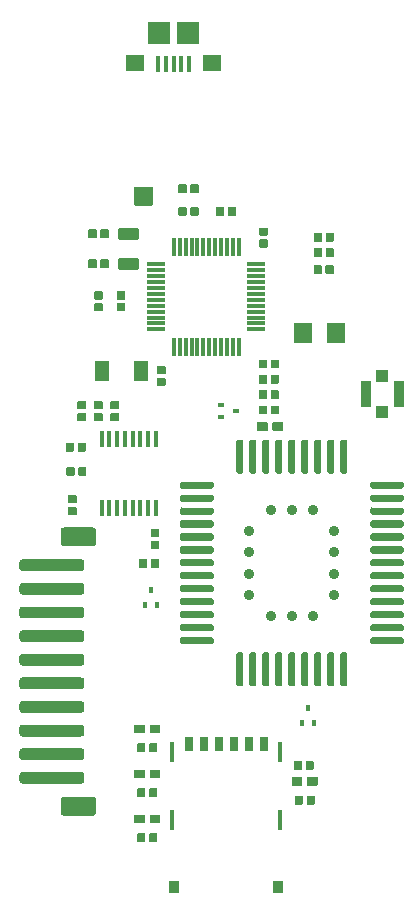
<source format=gbr>
G04 #@! TF.GenerationSoftware,KiCad,Pcbnew,5.1.8+dfsg1-1~bpo10+1*
G04 #@! TF.CreationDate,2021-01-19T23:44:53+01:00*
G04 #@! TF.ProjectId,easyhive,65617379-6869-4766-952e-6b696361645f,rev?*
G04 #@! TF.SameCoordinates,Original*
G04 #@! TF.FileFunction,Paste,Top*
G04 #@! TF.FilePolarity,Positive*
%FSLAX46Y46*%
G04 Gerber Fmt 4.6, Leading zero omitted, Abs format (unit mm)*
G04 Created by KiCad (PCBNEW 5.1.8+dfsg1-1~bpo10+1) date 2021-01-19 23:44:53*
%MOMM*%
%LPD*%
G01*
G04 APERTURE LIST*
%ADD10R,0.354800X1.461999*%
%ADD11C,0.900000*%
%ADD12R,0.355999X0.508000*%
%ADD13R,1.900000X1.900000*%
%ADD14R,1.600000X1.400000*%
%ADD15R,0.400000X1.350000*%
%ADD16R,0.508000X0.355999*%
%ADD17R,1.600000X1.800000*%
%ADD18R,1.200000X1.800000*%
%ADD19R,0.350000X1.800000*%
%ADD20R,0.650000X1.300000*%
%ADD21R,0.900000X1.000000*%
%ADD22R,1.000000X1.050000*%
%ADD23R,0.850000X2.200000*%
%ADD24R,0.300000X1.600000*%
%ADD25R,1.600000X0.300000*%
G04 APERTURE END LIST*
D10*
X143449999Y-109221000D03*
X142799998Y-109221000D03*
X142149999Y-109221000D03*
X141499998Y-109221000D03*
X140849999Y-109221000D03*
X140200001Y-109221000D03*
X139549999Y-109221000D03*
X138900001Y-109221000D03*
X138900001Y-103379000D03*
X139550002Y-103379000D03*
X140200001Y-103379000D03*
X140850002Y-103379000D03*
X141500001Y-103379000D03*
X142149999Y-103379000D03*
X142800001Y-103379000D03*
X143449999Y-103379000D03*
G36*
G01*
X155148750Y-106300000D02*
X154851250Y-106300000D01*
G75*
G02*
X154702500Y-106151250I0J148750D01*
G01*
X154702500Y-103548750D01*
G75*
G02*
X154851250Y-103400000I148750J0D01*
G01*
X155148750Y-103400000D01*
G75*
G02*
X155297500Y-103548750I0J-148750D01*
G01*
X155297500Y-106151250D01*
G75*
G02*
X155148750Y-106300000I-148750J0D01*
G01*
G37*
G36*
G01*
X157348750Y-106300000D02*
X157051250Y-106300000D01*
G75*
G02*
X156902500Y-106151250I0J148750D01*
G01*
X156902500Y-103548750D01*
G75*
G02*
X157051250Y-103400000I148750J0D01*
G01*
X157348750Y-103400000D01*
G75*
G02*
X157497500Y-103548750I0J-148750D01*
G01*
X157497500Y-106151250D01*
G75*
G02*
X157348750Y-106300000I-148750J0D01*
G01*
G37*
G36*
G01*
X158448750Y-106300000D02*
X158151250Y-106300000D01*
G75*
G02*
X158002500Y-106151250I0J148750D01*
G01*
X158002500Y-103548750D01*
G75*
G02*
X158151250Y-103400000I148750J0D01*
G01*
X158448750Y-103400000D01*
G75*
G02*
X158597500Y-103548750I0J-148750D01*
G01*
X158597500Y-106151250D01*
G75*
G02*
X158448750Y-106300000I-148750J0D01*
G01*
G37*
G36*
G01*
X150748750Y-106300000D02*
X150451250Y-106300000D01*
G75*
G02*
X150302500Y-106151250I0J148750D01*
G01*
X150302500Y-103548750D01*
G75*
G02*
X150451250Y-103400000I148750J0D01*
G01*
X150748750Y-103400000D01*
G75*
G02*
X150897500Y-103548750I0J-148750D01*
G01*
X150897500Y-106151250D01*
G75*
G02*
X150748750Y-106300000I-148750J0D01*
G01*
G37*
G36*
G01*
X152948750Y-106300000D02*
X152651250Y-106300000D01*
G75*
G02*
X152502500Y-106151250I0J148750D01*
G01*
X152502500Y-103548750D01*
G75*
G02*
X152651250Y-103400000I148750J0D01*
G01*
X152948750Y-103400000D01*
G75*
G02*
X153097500Y-103548750I0J-148750D01*
G01*
X153097500Y-106151250D01*
G75*
G02*
X152948750Y-106300000I-148750J0D01*
G01*
G37*
G36*
G01*
X154048750Y-106300000D02*
X153751250Y-106300000D01*
G75*
G02*
X153602500Y-106151250I0J148750D01*
G01*
X153602500Y-103548750D01*
G75*
G02*
X153751250Y-103400000I148750J0D01*
G01*
X154048750Y-103400000D01*
G75*
G02*
X154197500Y-103548750I0J-148750D01*
G01*
X154197500Y-106151250D01*
G75*
G02*
X154048750Y-106300000I-148750J0D01*
G01*
G37*
G36*
G01*
X159548750Y-106300000D02*
X159251250Y-106300000D01*
G75*
G02*
X159102500Y-106151250I0J148750D01*
G01*
X159102500Y-103548750D01*
G75*
G02*
X159251250Y-103400000I148750J0D01*
G01*
X159548750Y-103400000D01*
G75*
G02*
X159697500Y-103548750I0J-148750D01*
G01*
X159697500Y-106151250D01*
G75*
G02*
X159548750Y-106300000I-148750J0D01*
G01*
G37*
G36*
G01*
X151848750Y-106300000D02*
X151551250Y-106300000D01*
G75*
G02*
X151402500Y-106151250I0J148750D01*
G01*
X151402500Y-103548750D01*
G75*
G02*
X151551250Y-103400000I148750J0D01*
G01*
X151848750Y-103400000D01*
G75*
G02*
X151997500Y-103548750I0J-148750D01*
G01*
X151997500Y-106151250D01*
G75*
G02*
X151848750Y-106300000I-148750J0D01*
G01*
G37*
G36*
G01*
X156248750Y-106300000D02*
X155951250Y-106300000D01*
G75*
G02*
X155802500Y-106151250I0J148750D01*
G01*
X155802500Y-103548750D01*
G75*
G02*
X155951250Y-103400000I148750J0D01*
G01*
X156248750Y-103400000D01*
G75*
G02*
X156397500Y-103548750I0J-148750D01*
G01*
X156397500Y-106151250D01*
G75*
G02*
X156248750Y-106300000I-148750J0D01*
G01*
G37*
G36*
G01*
X161600000Y-115098750D02*
X161600000Y-114801250D01*
G75*
G02*
X161748750Y-114652500I148750J0D01*
G01*
X164351250Y-114652500D01*
G75*
G02*
X164500000Y-114801250I0J-148750D01*
G01*
X164500000Y-115098750D01*
G75*
G02*
X164351250Y-115247500I-148750J0D01*
G01*
X161748750Y-115247500D01*
G75*
G02*
X161600000Y-115098750I0J148750D01*
G01*
G37*
G36*
G01*
X161600000Y-111798750D02*
X161600000Y-111501250D01*
G75*
G02*
X161748750Y-111352500I148750J0D01*
G01*
X164351250Y-111352500D01*
G75*
G02*
X164500000Y-111501250I0J-148750D01*
G01*
X164500000Y-111798750D01*
G75*
G02*
X164351250Y-111947500I-148750J0D01*
G01*
X161748750Y-111947500D01*
G75*
G02*
X161600000Y-111798750I0J148750D01*
G01*
G37*
G36*
G01*
X161600000Y-113998750D02*
X161600000Y-113701250D01*
G75*
G02*
X161748750Y-113552500I148750J0D01*
G01*
X164351250Y-113552500D01*
G75*
G02*
X164500000Y-113701250I0J-148750D01*
G01*
X164500000Y-113998750D01*
G75*
G02*
X164351250Y-114147500I-148750J0D01*
G01*
X161748750Y-114147500D01*
G75*
G02*
X161600000Y-113998750I0J148750D01*
G01*
G37*
G36*
G01*
X161600000Y-119498750D02*
X161600000Y-119201250D01*
G75*
G02*
X161748750Y-119052500I148750J0D01*
G01*
X164351250Y-119052500D01*
G75*
G02*
X164500000Y-119201250I0J-148750D01*
G01*
X164500000Y-119498750D01*
G75*
G02*
X164351250Y-119647500I-148750J0D01*
G01*
X161748750Y-119647500D01*
G75*
G02*
X161600000Y-119498750I0J148750D01*
G01*
G37*
G36*
G01*
X161600000Y-120598750D02*
X161600000Y-120301250D01*
G75*
G02*
X161748750Y-120152500I148750J0D01*
G01*
X164351250Y-120152500D01*
G75*
G02*
X164500000Y-120301250I0J-148750D01*
G01*
X164500000Y-120598750D01*
G75*
G02*
X164351250Y-120747500I-148750J0D01*
G01*
X161748750Y-120747500D01*
G75*
G02*
X161600000Y-120598750I0J148750D01*
G01*
G37*
G36*
G01*
X161600000Y-116198750D02*
X161600000Y-115901250D01*
G75*
G02*
X161748750Y-115752500I148750J0D01*
G01*
X164351250Y-115752500D01*
G75*
G02*
X164500000Y-115901250I0J-148750D01*
G01*
X164500000Y-116198750D01*
G75*
G02*
X164351250Y-116347500I-148750J0D01*
G01*
X161748750Y-116347500D01*
G75*
G02*
X161600000Y-116198750I0J148750D01*
G01*
G37*
G36*
G01*
X161600000Y-118398750D02*
X161600000Y-118101250D01*
G75*
G02*
X161748750Y-117952500I148750J0D01*
G01*
X164351250Y-117952500D01*
G75*
G02*
X164500000Y-118101250I0J-148750D01*
G01*
X164500000Y-118398750D01*
G75*
G02*
X164351250Y-118547500I-148750J0D01*
G01*
X161748750Y-118547500D01*
G75*
G02*
X161600000Y-118398750I0J148750D01*
G01*
G37*
G36*
G01*
X161600000Y-117298750D02*
X161600000Y-117001250D01*
G75*
G02*
X161748750Y-116852500I148750J0D01*
G01*
X164351250Y-116852500D01*
G75*
G02*
X164500000Y-117001250I0J-148750D01*
G01*
X164500000Y-117298750D01*
G75*
G02*
X164351250Y-117447500I-148750J0D01*
G01*
X161748750Y-117447500D01*
G75*
G02*
X161600000Y-117298750I0J148750D01*
G01*
G37*
G36*
G01*
X161600000Y-112898750D02*
X161600000Y-112601250D01*
G75*
G02*
X161748750Y-112452500I148750J0D01*
G01*
X164351250Y-112452500D01*
G75*
G02*
X164500000Y-112601250I0J-148750D01*
G01*
X164500000Y-112898750D01*
G75*
G02*
X164351250Y-113047500I-148750J0D01*
G01*
X161748750Y-113047500D01*
G75*
G02*
X161600000Y-112898750I0J148750D01*
G01*
G37*
G36*
G01*
X161600000Y-107398750D02*
X161600000Y-107101250D01*
G75*
G02*
X161748750Y-106952500I148750J0D01*
G01*
X164351250Y-106952500D01*
G75*
G02*
X164500000Y-107101250I0J-148750D01*
G01*
X164500000Y-107398750D01*
G75*
G02*
X164351250Y-107547500I-148750J0D01*
G01*
X161748750Y-107547500D01*
G75*
G02*
X161600000Y-107398750I0J148750D01*
G01*
G37*
G36*
G01*
X161600000Y-110698750D02*
X161600000Y-110401250D01*
G75*
G02*
X161748750Y-110252500I148750J0D01*
G01*
X164351250Y-110252500D01*
G75*
G02*
X164500000Y-110401250I0J-148750D01*
G01*
X164500000Y-110698750D01*
G75*
G02*
X164351250Y-110847500I-148750J0D01*
G01*
X161748750Y-110847500D01*
G75*
G02*
X161600000Y-110698750I0J148750D01*
G01*
G37*
G36*
G01*
X161600000Y-108498750D02*
X161600000Y-108201250D01*
G75*
G02*
X161748750Y-108052500I148750J0D01*
G01*
X164351250Y-108052500D01*
G75*
G02*
X164500000Y-108201250I0J-148750D01*
G01*
X164500000Y-108498750D01*
G75*
G02*
X164351250Y-108647500I-148750J0D01*
G01*
X161748750Y-108647500D01*
G75*
G02*
X161600000Y-108498750I0J148750D01*
G01*
G37*
G36*
G01*
X161600000Y-109598750D02*
X161600000Y-109301250D01*
G75*
G02*
X161748750Y-109152500I148750J0D01*
G01*
X164351250Y-109152500D01*
G75*
G02*
X164500000Y-109301250I0J-148750D01*
G01*
X164500000Y-109598750D01*
G75*
G02*
X164351250Y-109747500I-148750J0D01*
G01*
X161748750Y-109747500D01*
G75*
G02*
X161600000Y-109598750I0J148750D01*
G01*
G37*
G36*
G01*
X159548750Y-124300000D02*
X159251250Y-124300000D01*
G75*
G02*
X159102500Y-124151250I0J148750D01*
G01*
X159102500Y-121548750D01*
G75*
G02*
X159251250Y-121400000I148750J0D01*
G01*
X159548750Y-121400000D01*
G75*
G02*
X159697500Y-121548750I0J-148750D01*
G01*
X159697500Y-124151250D01*
G75*
G02*
X159548750Y-124300000I-148750J0D01*
G01*
G37*
G36*
G01*
X155148750Y-124300000D02*
X154851250Y-124300000D01*
G75*
G02*
X154702500Y-124151250I0J148750D01*
G01*
X154702500Y-121548750D01*
G75*
G02*
X154851250Y-121400000I148750J0D01*
G01*
X155148750Y-121400000D01*
G75*
G02*
X155297500Y-121548750I0J-148750D01*
G01*
X155297500Y-124151250D01*
G75*
G02*
X155148750Y-124300000I-148750J0D01*
G01*
G37*
G36*
G01*
X157348750Y-124300000D02*
X157051250Y-124300000D01*
G75*
G02*
X156902500Y-124151250I0J148750D01*
G01*
X156902500Y-121548750D01*
G75*
G02*
X157051250Y-121400000I148750J0D01*
G01*
X157348750Y-121400000D01*
G75*
G02*
X157497500Y-121548750I0J-148750D01*
G01*
X157497500Y-124151250D01*
G75*
G02*
X157348750Y-124300000I-148750J0D01*
G01*
G37*
G36*
G01*
X158448750Y-124300000D02*
X158151250Y-124300000D01*
G75*
G02*
X158002500Y-124151250I0J148750D01*
G01*
X158002500Y-121548750D01*
G75*
G02*
X158151250Y-121400000I148750J0D01*
G01*
X158448750Y-121400000D01*
G75*
G02*
X158597500Y-121548750I0J-148750D01*
G01*
X158597500Y-124151250D01*
G75*
G02*
X158448750Y-124300000I-148750J0D01*
G01*
G37*
G36*
G01*
X156248750Y-124300000D02*
X155951250Y-124300000D01*
G75*
G02*
X155802500Y-124151250I0J148750D01*
G01*
X155802500Y-121548750D01*
G75*
G02*
X155951250Y-121400000I148750J0D01*
G01*
X156248750Y-121400000D01*
G75*
G02*
X156397500Y-121548750I0J-148750D01*
G01*
X156397500Y-124151250D01*
G75*
G02*
X156248750Y-124300000I-148750J0D01*
G01*
G37*
G36*
G01*
X152948750Y-124300000D02*
X152651250Y-124300000D01*
G75*
G02*
X152502500Y-124151250I0J148750D01*
G01*
X152502500Y-121548750D01*
G75*
G02*
X152651250Y-121400000I148750J0D01*
G01*
X152948750Y-121400000D01*
G75*
G02*
X153097500Y-121548750I0J-148750D01*
G01*
X153097500Y-124151250D01*
G75*
G02*
X152948750Y-124300000I-148750J0D01*
G01*
G37*
G36*
G01*
X154048750Y-124300000D02*
X153751250Y-124300000D01*
G75*
G02*
X153602500Y-124151250I0J148750D01*
G01*
X153602500Y-121548750D01*
G75*
G02*
X153751250Y-121400000I148750J0D01*
G01*
X154048750Y-121400000D01*
G75*
G02*
X154197500Y-121548750I0J-148750D01*
G01*
X154197500Y-124151250D01*
G75*
G02*
X154048750Y-124300000I-148750J0D01*
G01*
G37*
G36*
G01*
X151848750Y-124300000D02*
X151551250Y-124300000D01*
G75*
G02*
X151402500Y-124151250I0J148750D01*
G01*
X151402500Y-121548750D01*
G75*
G02*
X151551250Y-121400000I148750J0D01*
G01*
X151848750Y-121400000D01*
G75*
G02*
X151997500Y-121548750I0J-148750D01*
G01*
X151997500Y-124151250D01*
G75*
G02*
X151848750Y-124300000I-148750J0D01*
G01*
G37*
G36*
G01*
X150748750Y-124300000D02*
X150451250Y-124300000D01*
G75*
G02*
X150302500Y-124151250I0J148750D01*
G01*
X150302500Y-121548750D01*
G75*
G02*
X150451250Y-121400000I148750J0D01*
G01*
X150748750Y-121400000D01*
G75*
G02*
X150897500Y-121548750I0J-148750D01*
G01*
X150897500Y-124151250D01*
G75*
G02*
X150748750Y-124300000I-148750J0D01*
G01*
G37*
G36*
G01*
X145500000Y-119498750D02*
X145500000Y-119201250D01*
G75*
G02*
X145648750Y-119052500I148750J0D01*
G01*
X148251250Y-119052500D01*
G75*
G02*
X148400000Y-119201250I0J-148750D01*
G01*
X148400000Y-119498750D01*
G75*
G02*
X148251250Y-119647500I-148750J0D01*
G01*
X145648750Y-119647500D01*
G75*
G02*
X145500000Y-119498750I0J148750D01*
G01*
G37*
G36*
G01*
X145500000Y-120598750D02*
X145500000Y-120301250D01*
G75*
G02*
X145648750Y-120152500I148750J0D01*
G01*
X148251250Y-120152500D01*
G75*
G02*
X148400000Y-120301250I0J-148750D01*
G01*
X148400000Y-120598750D01*
G75*
G02*
X148251250Y-120747500I-148750J0D01*
G01*
X145648750Y-120747500D01*
G75*
G02*
X145500000Y-120598750I0J148750D01*
G01*
G37*
G36*
G01*
X145500000Y-116198750D02*
X145500000Y-115901250D01*
G75*
G02*
X145648750Y-115752500I148750J0D01*
G01*
X148251250Y-115752500D01*
G75*
G02*
X148400000Y-115901250I0J-148750D01*
G01*
X148400000Y-116198750D01*
G75*
G02*
X148251250Y-116347500I-148750J0D01*
G01*
X145648750Y-116347500D01*
G75*
G02*
X145500000Y-116198750I0J148750D01*
G01*
G37*
G36*
G01*
X145500000Y-118398750D02*
X145500000Y-118101250D01*
G75*
G02*
X145648750Y-117952500I148750J0D01*
G01*
X148251250Y-117952500D01*
G75*
G02*
X148400000Y-118101250I0J-148750D01*
G01*
X148400000Y-118398750D01*
G75*
G02*
X148251250Y-118547500I-148750J0D01*
G01*
X145648750Y-118547500D01*
G75*
G02*
X145500000Y-118398750I0J148750D01*
G01*
G37*
G36*
G01*
X145500000Y-117298750D02*
X145500000Y-117001250D01*
G75*
G02*
X145648750Y-116852500I148750J0D01*
G01*
X148251250Y-116852500D01*
G75*
G02*
X148400000Y-117001250I0J-148750D01*
G01*
X148400000Y-117298750D01*
G75*
G02*
X148251250Y-117447500I-148750J0D01*
G01*
X145648750Y-117447500D01*
G75*
G02*
X145500000Y-117298750I0J148750D01*
G01*
G37*
G36*
G01*
X145500000Y-112898750D02*
X145500000Y-112601250D01*
G75*
G02*
X145648750Y-112452500I148750J0D01*
G01*
X148251250Y-112452500D01*
G75*
G02*
X148400000Y-112601250I0J-148750D01*
G01*
X148400000Y-112898750D01*
G75*
G02*
X148251250Y-113047500I-148750J0D01*
G01*
X145648750Y-113047500D01*
G75*
G02*
X145500000Y-112898750I0J148750D01*
G01*
G37*
G36*
G01*
X145500000Y-115098750D02*
X145500000Y-114801250D01*
G75*
G02*
X145648750Y-114652500I148750J0D01*
G01*
X148251250Y-114652500D01*
G75*
G02*
X148400000Y-114801250I0J-148750D01*
G01*
X148400000Y-115098750D01*
G75*
G02*
X148251250Y-115247500I-148750J0D01*
G01*
X145648750Y-115247500D01*
G75*
G02*
X145500000Y-115098750I0J148750D01*
G01*
G37*
G36*
G01*
X145500000Y-111798750D02*
X145500000Y-111501250D01*
G75*
G02*
X145648750Y-111352500I148750J0D01*
G01*
X148251250Y-111352500D01*
G75*
G02*
X148400000Y-111501250I0J-148750D01*
G01*
X148400000Y-111798750D01*
G75*
G02*
X148251250Y-111947500I-148750J0D01*
G01*
X145648750Y-111947500D01*
G75*
G02*
X145500000Y-111798750I0J148750D01*
G01*
G37*
G36*
G01*
X145500000Y-113998750D02*
X145500000Y-113701250D01*
G75*
G02*
X145648750Y-113552500I148750J0D01*
G01*
X148251250Y-113552500D01*
G75*
G02*
X148400000Y-113701250I0J-148750D01*
G01*
X148400000Y-113998750D01*
G75*
G02*
X148251250Y-114147500I-148750J0D01*
G01*
X145648750Y-114147500D01*
G75*
G02*
X145500000Y-113998750I0J148750D01*
G01*
G37*
G36*
G01*
X145500000Y-110698750D02*
X145500000Y-110401250D01*
G75*
G02*
X145648750Y-110252500I148750J0D01*
G01*
X148251250Y-110252500D01*
G75*
G02*
X148400000Y-110401250I0J-148750D01*
G01*
X148400000Y-110698750D01*
G75*
G02*
X148251250Y-110847500I-148750J0D01*
G01*
X145648750Y-110847500D01*
G75*
G02*
X145500000Y-110698750I0J148750D01*
G01*
G37*
G36*
G01*
X145500000Y-109598750D02*
X145500000Y-109301250D01*
G75*
G02*
X145648750Y-109152500I148750J0D01*
G01*
X148251250Y-109152500D01*
G75*
G02*
X148400000Y-109301250I0J-148750D01*
G01*
X148400000Y-109598750D01*
G75*
G02*
X148251250Y-109747500I-148750J0D01*
G01*
X145648750Y-109747500D01*
G75*
G02*
X145500000Y-109598750I0J148750D01*
G01*
G37*
G36*
G01*
X145500000Y-108498750D02*
X145500000Y-108201250D01*
G75*
G02*
X145648750Y-108052500I148750J0D01*
G01*
X148251250Y-108052500D01*
G75*
G02*
X148400000Y-108201250I0J-148750D01*
G01*
X148400000Y-108498750D01*
G75*
G02*
X148251250Y-108647500I-148750J0D01*
G01*
X145648750Y-108647500D01*
G75*
G02*
X145500000Y-108498750I0J148750D01*
G01*
G37*
G36*
G01*
X145500000Y-107398750D02*
X145500000Y-107101250D01*
G75*
G02*
X145648750Y-106952500I148750J0D01*
G01*
X148251250Y-106952500D01*
G75*
G02*
X148400000Y-107101250I0J-148750D01*
G01*
X148400000Y-107398750D01*
G75*
G02*
X148251250Y-107547500I-148750J0D01*
G01*
X145648750Y-107547500D01*
G75*
G02*
X145500000Y-107398750I0J148750D01*
G01*
G37*
D11*
X156800000Y-109350000D03*
X155000000Y-109350000D03*
X153200000Y-109350000D03*
X158600000Y-111150000D03*
X158600000Y-112950000D03*
X158600000Y-114750000D03*
X158600000Y-116550000D03*
X156800000Y-118350000D03*
X155000000Y-118350000D03*
X153200000Y-118350000D03*
X151400000Y-114750000D03*
X151400000Y-116550000D03*
X151400000Y-112950000D03*
X151400000Y-111150000D03*
G36*
G01*
X152950000Y-101985000D02*
X152950000Y-102615000D01*
G75*
G02*
X152915000Y-102650000I-35000J0D01*
G01*
X152085000Y-102650000D01*
G75*
G02*
X152050000Y-102615000I0J35000D01*
G01*
X152050000Y-101985000D01*
G75*
G02*
X152085000Y-101950000I35000J0D01*
G01*
X152915000Y-101950000D01*
G75*
G02*
X152950000Y-101985000I0J-35000D01*
G01*
G37*
G36*
G01*
X154250000Y-101985000D02*
X154250000Y-102615000D01*
G75*
G02*
X154215000Y-102650000I-35000J0D01*
G01*
X153385000Y-102650000D01*
G75*
G02*
X153350000Y-102615000I0J35000D01*
G01*
X153350000Y-101985000D01*
G75*
G02*
X153385000Y-101950000I35000J0D01*
G01*
X154215000Y-101950000D01*
G75*
G02*
X154250000Y-101985000I0J-35000D01*
G01*
G37*
G36*
G01*
X155220000Y-130625000D02*
X155780000Y-130625000D01*
G75*
G02*
X155850000Y-130695000I0J-70000D01*
G01*
X155850000Y-131305000D01*
G75*
G02*
X155780000Y-131375000I-70000J0D01*
G01*
X155220000Y-131375000D01*
G75*
G02*
X155150000Y-131305000I0J70000D01*
G01*
X155150000Y-130695000D01*
G75*
G02*
X155220000Y-130625000I70000J0D01*
G01*
G37*
G36*
G01*
X156220000Y-130625000D02*
X156780000Y-130625000D01*
G75*
G02*
X156850000Y-130695000I0J-70000D01*
G01*
X156850000Y-131305000D01*
G75*
G02*
X156780000Y-131375000I-70000J0D01*
G01*
X156220000Y-131375000D01*
G75*
G02*
X156150000Y-131305000I0J70000D01*
G01*
X156150000Y-130695000D01*
G75*
G02*
X156220000Y-130625000I70000J0D01*
G01*
G37*
D12*
X155850001Y-127397499D03*
X156850002Y-127397499D03*
X156349999Y-126102498D03*
D13*
X143771100Y-68962600D03*
X146171100Y-68962600D03*
D14*
X141721100Y-71512600D03*
X148221100Y-71512600D03*
D15*
X146271100Y-71637600D03*
X145621100Y-71637600D03*
X143671100Y-71637600D03*
X144321100Y-71637600D03*
X144971100Y-71637600D03*
D16*
X150247502Y-100999999D03*
X148952501Y-101500002D03*
X148952501Y-100500001D03*
D12*
X143099999Y-116152498D03*
X143600002Y-117447499D03*
X142600001Y-117447499D03*
D17*
X158700000Y-94400000D03*
X155900000Y-94400000D03*
G36*
G01*
X136025000Y-109730000D02*
X136025000Y-109170000D01*
G75*
G02*
X136095000Y-109100000I70000J0D01*
G01*
X136705000Y-109100000D01*
G75*
G02*
X136775000Y-109170000I0J-70000D01*
G01*
X136775000Y-109730000D01*
G75*
G02*
X136705000Y-109800000I-70000J0D01*
G01*
X136095000Y-109800000D01*
G75*
G02*
X136025000Y-109730000I0J70000D01*
G01*
G37*
G36*
G01*
X136025000Y-108730000D02*
X136025000Y-108170000D01*
G75*
G02*
X136095000Y-108100000I70000J0D01*
G01*
X136705000Y-108100000D01*
G75*
G02*
X136775000Y-108170000I0J-70000D01*
G01*
X136775000Y-108730000D01*
G75*
G02*
X136705000Y-108800000I-70000J0D01*
G01*
X136095000Y-108800000D01*
G75*
G02*
X136025000Y-108730000I0J70000D01*
G01*
G37*
G36*
G01*
X138225000Y-101780000D02*
X138225000Y-101220000D01*
G75*
G02*
X138295000Y-101150000I70000J0D01*
G01*
X138905000Y-101150000D01*
G75*
G02*
X138975000Y-101220000I0J-70000D01*
G01*
X138975000Y-101780000D01*
G75*
G02*
X138905000Y-101850000I-70000J0D01*
G01*
X138295000Y-101850000D01*
G75*
G02*
X138225000Y-101780000I0J70000D01*
G01*
G37*
G36*
G01*
X138225000Y-100780000D02*
X138225000Y-100220000D01*
G75*
G02*
X138295000Y-100150000I70000J0D01*
G01*
X138905000Y-100150000D01*
G75*
G02*
X138975000Y-100220000I0J-70000D01*
G01*
X138975000Y-100780000D01*
G75*
G02*
X138905000Y-100850000I-70000J0D01*
G01*
X138295000Y-100850000D01*
G75*
G02*
X138225000Y-100780000I0J70000D01*
G01*
G37*
G36*
G01*
X139625000Y-101780000D02*
X139625000Y-101220000D01*
G75*
G02*
X139695000Y-101150000I70000J0D01*
G01*
X140305000Y-101150000D01*
G75*
G02*
X140375000Y-101220000I0J-70000D01*
G01*
X140375000Y-101780000D01*
G75*
G02*
X140305000Y-101850000I-70000J0D01*
G01*
X139695000Y-101850000D01*
G75*
G02*
X139625000Y-101780000I0J70000D01*
G01*
G37*
G36*
G01*
X139625000Y-100780000D02*
X139625000Y-100220000D01*
G75*
G02*
X139695000Y-100150000I70000J0D01*
G01*
X140305000Y-100150000D01*
G75*
G02*
X140375000Y-100220000I0J-70000D01*
G01*
X140375000Y-100780000D01*
G75*
G02*
X140305000Y-100850000I-70000J0D01*
G01*
X139695000Y-100850000D01*
G75*
G02*
X139625000Y-100780000I0J70000D01*
G01*
G37*
G36*
G01*
X136825000Y-101780000D02*
X136825000Y-101220000D01*
G75*
G02*
X136895000Y-101150000I70000J0D01*
G01*
X137505000Y-101150000D01*
G75*
G02*
X137575000Y-101220000I0J-70000D01*
G01*
X137575000Y-101780000D01*
G75*
G02*
X137505000Y-101850000I-70000J0D01*
G01*
X136895000Y-101850000D01*
G75*
G02*
X136825000Y-101780000I0J70000D01*
G01*
G37*
G36*
G01*
X136825000Y-100780000D02*
X136825000Y-100220000D01*
G75*
G02*
X136895000Y-100150000I70000J0D01*
G01*
X137505000Y-100150000D01*
G75*
G02*
X137575000Y-100220000I0J-70000D01*
G01*
X137575000Y-100780000D01*
G75*
G02*
X137505000Y-100850000I-70000J0D01*
G01*
X136895000Y-100850000D01*
G75*
G02*
X136825000Y-100780000I0J70000D01*
G01*
G37*
G36*
G01*
X137480000Y-104425000D02*
X136920000Y-104425000D01*
G75*
G02*
X136850000Y-104355000I0J70000D01*
G01*
X136850000Y-103745000D01*
G75*
G02*
X136920000Y-103675000I70000J0D01*
G01*
X137480000Y-103675000D01*
G75*
G02*
X137550000Y-103745000I0J-70000D01*
G01*
X137550000Y-104355000D01*
G75*
G02*
X137480000Y-104425000I-70000J0D01*
G01*
G37*
G36*
G01*
X136480000Y-104425000D02*
X135920000Y-104425000D01*
G75*
G02*
X135850000Y-104355000I0J70000D01*
G01*
X135850000Y-103745000D01*
G75*
G02*
X135920000Y-103675000I70000J0D01*
G01*
X136480000Y-103675000D01*
G75*
G02*
X136550000Y-103745000I0J-70000D01*
G01*
X136550000Y-104355000D01*
G75*
G02*
X136480000Y-104425000I-70000J0D01*
G01*
G37*
G36*
G01*
X137530000Y-106475000D02*
X136970000Y-106475000D01*
G75*
G02*
X136900000Y-106405000I0J70000D01*
G01*
X136900000Y-105795000D01*
G75*
G02*
X136970000Y-105725000I70000J0D01*
G01*
X137530000Y-105725000D01*
G75*
G02*
X137600000Y-105795000I0J-70000D01*
G01*
X137600000Y-106405000D01*
G75*
G02*
X137530000Y-106475000I-70000J0D01*
G01*
G37*
G36*
G01*
X136530000Y-106475000D02*
X135970000Y-106475000D01*
G75*
G02*
X135900000Y-106405000I0J70000D01*
G01*
X135900000Y-105795000D01*
G75*
G02*
X135970000Y-105725000I70000J0D01*
G01*
X136530000Y-105725000D01*
G75*
G02*
X136600000Y-105795000I0J-70000D01*
G01*
X136600000Y-106405000D01*
G75*
G02*
X136530000Y-106475000I-70000J0D01*
G01*
G37*
G36*
G01*
X158480000Y-87945000D02*
X157920000Y-87945000D01*
G75*
G02*
X157850000Y-87875000I0J70000D01*
G01*
X157850000Y-87265000D01*
G75*
G02*
X157920000Y-87195000I70000J0D01*
G01*
X158480000Y-87195000D01*
G75*
G02*
X158550000Y-87265000I0J-70000D01*
G01*
X158550000Y-87875000D01*
G75*
G02*
X158480000Y-87945000I-70000J0D01*
G01*
G37*
G36*
G01*
X157480000Y-87945000D02*
X156920000Y-87945000D01*
G75*
G02*
X156850000Y-87875000I0J70000D01*
G01*
X156850000Y-87265000D01*
G75*
G02*
X156920000Y-87195000I70000J0D01*
G01*
X157480000Y-87195000D01*
G75*
G02*
X157550000Y-87265000I0J-70000D01*
G01*
X157550000Y-87875000D01*
G75*
G02*
X157480000Y-87945000I-70000J0D01*
G01*
G37*
G36*
G01*
X156920000Y-85915000D02*
X157480000Y-85915000D01*
G75*
G02*
X157550000Y-85985000I0J-70000D01*
G01*
X157550000Y-86595000D01*
G75*
G02*
X157480000Y-86665000I-70000J0D01*
G01*
X156920000Y-86665000D01*
G75*
G02*
X156850000Y-86595000I0J70000D01*
G01*
X156850000Y-85985000D01*
G75*
G02*
X156920000Y-85915000I70000J0D01*
G01*
G37*
G36*
G01*
X157920000Y-85915000D02*
X158480000Y-85915000D01*
G75*
G02*
X158550000Y-85985000I0J-70000D01*
G01*
X158550000Y-86595000D01*
G75*
G02*
X158480000Y-86665000I-70000J0D01*
G01*
X157920000Y-86665000D01*
G75*
G02*
X157850000Y-86595000I0J70000D01*
G01*
X157850000Y-85985000D01*
G75*
G02*
X157920000Y-85915000I70000J0D01*
G01*
G37*
G36*
G01*
X140386100Y-88008600D02*
X141936100Y-88008600D01*
G75*
G02*
X142061100Y-88133600I0J-125000D01*
G01*
X142061100Y-88883600D01*
G75*
G02*
X141936100Y-89008600I-125000J0D01*
G01*
X140386100Y-89008600D01*
G75*
G02*
X140261100Y-88883600I0J125000D01*
G01*
X140261100Y-88133600D01*
G75*
G02*
X140386100Y-88008600I125000J0D01*
G01*
G37*
G36*
G01*
X140386100Y-85508600D02*
X141936100Y-85508600D01*
G75*
G02*
X142061100Y-85633600I0J-125000D01*
G01*
X142061100Y-86383600D01*
G75*
G02*
X141936100Y-86508600I-125000J0D01*
G01*
X140386100Y-86508600D01*
G75*
G02*
X140261100Y-86383600I0J125000D01*
G01*
X140261100Y-85633600D01*
G75*
G02*
X140386100Y-85508600I125000J0D01*
G01*
G37*
D18*
X142200000Y-97600000D03*
X138900000Y-97600000D03*
D19*
X154011100Y-135588600D03*
X144820100Y-135588600D03*
X154011100Y-129838600D03*
X144820100Y-129838600D03*
D20*
X146246100Y-129168600D03*
X147516100Y-129168600D03*
X148786100Y-129168600D03*
X150056100Y-129168600D03*
X151326100Y-129168600D03*
X152596100Y-129168600D03*
D21*
X153816100Y-141308600D03*
X145016100Y-141308600D03*
D22*
X162650000Y-98000000D03*
X162650000Y-101050000D03*
D23*
X161275000Y-99525000D03*
X164025000Y-99525000D03*
G36*
G01*
X143231100Y-82093600D02*
X143231100Y-83533600D01*
G75*
G02*
X143151100Y-83613600I-80000J0D01*
G01*
X141711100Y-83613600D01*
G75*
G02*
X141631100Y-83533600I0J80000D01*
G01*
X141631100Y-82093600D01*
G75*
G02*
X141711100Y-82013600I80000J0D01*
G01*
X143151100Y-82013600D01*
G75*
G02*
X143231100Y-82093600I0J-80000D01*
G01*
G37*
D24*
X144996100Y-87068600D03*
X145496100Y-87068600D03*
X145996100Y-87068600D03*
X146496100Y-87068600D03*
X146996100Y-87068600D03*
X147496100Y-87068600D03*
X147996100Y-87068600D03*
X148496100Y-87068600D03*
X148996100Y-87068600D03*
X149496100Y-87068600D03*
X149996100Y-87068600D03*
X150496100Y-87068600D03*
D25*
X151996100Y-88568600D03*
X151996100Y-89068600D03*
X151996100Y-89568600D03*
X151996100Y-90068600D03*
X151996100Y-90568600D03*
X151996100Y-91068600D03*
X151996100Y-92068600D03*
X151996100Y-91568600D03*
X151996100Y-92568600D03*
X151996100Y-93068600D03*
X151996100Y-93568600D03*
X151996100Y-94068600D03*
D24*
X150496100Y-95568600D03*
X149996100Y-95568600D03*
X149496100Y-95568600D03*
X148996100Y-95568600D03*
X148496100Y-95568600D03*
X147996100Y-95568600D03*
X147496100Y-95568600D03*
X146996100Y-95568600D03*
X146496100Y-95568600D03*
X145996100Y-95568600D03*
X145496100Y-95568600D03*
X144996100Y-95568600D03*
D25*
X143496100Y-94068600D03*
X143496100Y-93568600D03*
X143496100Y-93068600D03*
X143496100Y-92568600D03*
X143496100Y-92068600D03*
X143496100Y-91568600D03*
X143496100Y-91068600D03*
X143496100Y-90568600D03*
X143496100Y-90068600D03*
X143496100Y-89568600D03*
X143496100Y-89068600D03*
X143496100Y-88568600D03*
G36*
G01*
X142548600Y-127583600D02*
X142548600Y-128213600D01*
G75*
G02*
X142513600Y-128248600I-35000J0D01*
G01*
X141683600Y-128248600D01*
G75*
G02*
X141648600Y-128213600I0J35000D01*
G01*
X141648600Y-127583600D01*
G75*
G02*
X141683600Y-127548600I35000J0D01*
G01*
X142513600Y-127548600D01*
G75*
G02*
X142548600Y-127583600I0J-35000D01*
G01*
G37*
G36*
G01*
X143848600Y-127583600D02*
X143848600Y-128213600D01*
G75*
G02*
X143813600Y-128248600I-35000J0D01*
G01*
X142983600Y-128248600D01*
G75*
G02*
X142948600Y-128213600I0J35000D01*
G01*
X142948600Y-127583600D01*
G75*
G02*
X142983600Y-127548600I35000J0D01*
G01*
X143813600Y-127548600D01*
G75*
G02*
X143848600Y-127583600I0J-35000D01*
G01*
G37*
G36*
G01*
X142548600Y-131393600D02*
X142548600Y-132023600D01*
G75*
G02*
X142513600Y-132058600I-35000J0D01*
G01*
X141683600Y-132058600D01*
G75*
G02*
X141648600Y-132023600I0J35000D01*
G01*
X141648600Y-131393600D01*
G75*
G02*
X141683600Y-131358600I35000J0D01*
G01*
X142513600Y-131358600D01*
G75*
G02*
X142548600Y-131393600I0J-35000D01*
G01*
G37*
G36*
G01*
X143848600Y-131393600D02*
X143848600Y-132023600D01*
G75*
G02*
X143813600Y-132058600I-35000J0D01*
G01*
X142983600Y-132058600D01*
G75*
G02*
X142948600Y-132023600I0J35000D01*
G01*
X142948600Y-131393600D01*
G75*
G02*
X142983600Y-131358600I35000J0D01*
G01*
X143813600Y-131358600D01*
G75*
G02*
X143848600Y-131393600I0J-35000D01*
G01*
G37*
G36*
G01*
X156283600Y-132658600D02*
X156283600Y-132028600D01*
G75*
G02*
X156318600Y-131993600I35000J0D01*
G01*
X157148600Y-131993600D01*
G75*
G02*
X157183600Y-132028600I0J-35000D01*
G01*
X157183600Y-132658600D01*
G75*
G02*
X157148600Y-132693600I-35000J0D01*
G01*
X156318600Y-132693600D01*
G75*
G02*
X156283600Y-132658600I0J35000D01*
G01*
G37*
G36*
G01*
X154983600Y-132658600D02*
X154983600Y-132028600D01*
G75*
G02*
X155018600Y-131993600I35000J0D01*
G01*
X155848600Y-131993600D01*
G75*
G02*
X155883600Y-132028600I0J-35000D01*
G01*
X155883600Y-132658600D01*
G75*
G02*
X155848600Y-132693600I-35000J0D01*
G01*
X155018600Y-132693600D01*
G75*
G02*
X154983600Y-132658600I0J35000D01*
G01*
G37*
G36*
G01*
X142548600Y-135203600D02*
X142548600Y-135833600D01*
G75*
G02*
X142513600Y-135868600I-35000J0D01*
G01*
X141683600Y-135868600D01*
G75*
G02*
X141648600Y-135833600I0J35000D01*
G01*
X141648600Y-135203600D01*
G75*
G02*
X141683600Y-135168600I35000J0D01*
G01*
X142513600Y-135168600D01*
G75*
G02*
X142548600Y-135203600I0J-35000D01*
G01*
G37*
G36*
G01*
X143848600Y-135203600D02*
X143848600Y-135833600D01*
G75*
G02*
X143813600Y-135868600I-35000J0D01*
G01*
X142983600Y-135868600D01*
G75*
G02*
X142948600Y-135833600I0J35000D01*
G01*
X142948600Y-135203600D01*
G75*
G02*
X142983600Y-135168600I35000J0D01*
G01*
X143813600Y-135168600D01*
G75*
G02*
X143848600Y-135203600I0J-35000D01*
G01*
G37*
G36*
G01*
X142120000Y-113525000D02*
X142680000Y-113525000D01*
G75*
G02*
X142750000Y-113595000I0J-70000D01*
G01*
X142750000Y-114205000D01*
G75*
G02*
X142680000Y-114275000I-70000J0D01*
G01*
X142120000Y-114275000D01*
G75*
G02*
X142050000Y-114205000I0J70000D01*
G01*
X142050000Y-113595000D01*
G75*
G02*
X142120000Y-113525000I70000J0D01*
G01*
G37*
G36*
G01*
X143120000Y-113525000D02*
X143680000Y-113525000D01*
G75*
G02*
X143750000Y-113595000I0J-70000D01*
G01*
X143750000Y-114205000D01*
G75*
G02*
X143680000Y-114275000I-70000J0D01*
G01*
X143120000Y-114275000D01*
G75*
G02*
X143050000Y-114205000I0J70000D01*
G01*
X143050000Y-113595000D01*
G75*
G02*
X143120000Y-113525000I70000J0D01*
G01*
G37*
G36*
G01*
X143775000Y-111020000D02*
X143775000Y-111580000D01*
G75*
G02*
X143705000Y-111650000I-70000J0D01*
G01*
X143095000Y-111650000D01*
G75*
G02*
X143025000Y-111580000I0J70000D01*
G01*
X143025000Y-111020000D01*
G75*
G02*
X143095000Y-110950000I70000J0D01*
G01*
X143705000Y-110950000D01*
G75*
G02*
X143775000Y-111020000I0J-70000D01*
G01*
G37*
G36*
G01*
X143775000Y-112020000D02*
X143775000Y-112580000D01*
G75*
G02*
X143705000Y-112650000I-70000J0D01*
G01*
X143095000Y-112650000D01*
G75*
G02*
X143025000Y-112580000I0J70000D01*
G01*
X143025000Y-112020000D01*
G75*
G02*
X143095000Y-111950000I70000J0D01*
G01*
X143705000Y-111950000D01*
G75*
G02*
X143775000Y-112020000I0J-70000D01*
G01*
G37*
G36*
G01*
X153830000Y-98675000D02*
X153270000Y-98675000D01*
G75*
G02*
X153200000Y-98605000I0J70000D01*
G01*
X153200000Y-97995000D01*
G75*
G02*
X153270000Y-97925000I70000J0D01*
G01*
X153830000Y-97925000D01*
G75*
G02*
X153900000Y-97995000I0J-70000D01*
G01*
X153900000Y-98605000D01*
G75*
G02*
X153830000Y-98675000I-70000J0D01*
G01*
G37*
G36*
G01*
X152830000Y-98675000D02*
X152270000Y-98675000D01*
G75*
G02*
X152200000Y-98605000I0J70000D01*
G01*
X152200000Y-97995000D01*
G75*
G02*
X152270000Y-97925000I70000J0D01*
G01*
X152830000Y-97925000D01*
G75*
G02*
X152900000Y-97995000I0J-70000D01*
G01*
X152900000Y-98605000D01*
G75*
G02*
X152830000Y-98675000I-70000J0D01*
G01*
G37*
G36*
G01*
X153830000Y-101275000D02*
X153270000Y-101275000D01*
G75*
G02*
X153200000Y-101205000I0J70000D01*
G01*
X153200000Y-100595000D01*
G75*
G02*
X153270000Y-100525000I70000J0D01*
G01*
X153830000Y-100525000D01*
G75*
G02*
X153900000Y-100595000I0J-70000D01*
G01*
X153900000Y-101205000D01*
G75*
G02*
X153830000Y-101275000I-70000J0D01*
G01*
G37*
G36*
G01*
X152830000Y-101275000D02*
X152270000Y-101275000D01*
G75*
G02*
X152200000Y-101205000I0J70000D01*
G01*
X152200000Y-100595000D01*
G75*
G02*
X152270000Y-100525000I70000J0D01*
G01*
X152830000Y-100525000D01*
G75*
G02*
X152900000Y-100595000I0J-70000D01*
G01*
X152900000Y-101205000D01*
G75*
G02*
X152830000Y-101275000I-70000J0D01*
G01*
G37*
G36*
G01*
X153830000Y-99975000D02*
X153270000Y-99975000D01*
G75*
G02*
X153200000Y-99905000I0J70000D01*
G01*
X153200000Y-99295000D01*
G75*
G02*
X153270000Y-99225000I70000J0D01*
G01*
X153830000Y-99225000D01*
G75*
G02*
X153900000Y-99295000I0J-70000D01*
G01*
X153900000Y-99905000D01*
G75*
G02*
X153830000Y-99975000I-70000J0D01*
G01*
G37*
G36*
G01*
X152830000Y-99975000D02*
X152270000Y-99975000D01*
G75*
G02*
X152200000Y-99905000I0J70000D01*
G01*
X152200000Y-99295000D01*
G75*
G02*
X152270000Y-99225000I70000J0D01*
G01*
X152830000Y-99225000D01*
G75*
G02*
X152900000Y-99295000I0J-70000D01*
G01*
X152900000Y-99905000D01*
G75*
G02*
X152830000Y-99975000I-70000J0D01*
G01*
G37*
G36*
G01*
X153830000Y-97375000D02*
X153270000Y-97375000D01*
G75*
G02*
X153200000Y-97305000I0J70000D01*
G01*
X153200000Y-96695000D01*
G75*
G02*
X153270000Y-96625000I70000J0D01*
G01*
X153830000Y-96625000D01*
G75*
G02*
X153900000Y-96695000I0J-70000D01*
G01*
X153900000Y-97305000D01*
G75*
G02*
X153830000Y-97375000I-70000J0D01*
G01*
G37*
G36*
G01*
X152830000Y-97375000D02*
X152270000Y-97375000D01*
G75*
G02*
X152200000Y-97305000I0J70000D01*
G01*
X152200000Y-96695000D01*
G75*
G02*
X152270000Y-96625000I70000J0D01*
G01*
X152830000Y-96625000D01*
G75*
G02*
X152900000Y-96695000I0J-70000D01*
G01*
X152900000Y-97305000D01*
G75*
G02*
X152830000Y-97375000I-70000J0D01*
G01*
G37*
G36*
G01*
X156863600Y-134306100D02*
X156303600Y-134306100D01*
G75*
G02*
X156233600Y-134236100I0J70000D01*
G01*
X156233600Y-133626100D01*
G75*
G02*
X156303600Y-133556100I70000J0D01*
G01*
X156863600Y-133556100D01*
G75*
G02*
X156933600Y-133626100I0J-70000D01*
G01*
X156933600Y-134236100D01*
G75*
G02*
X156863600Y-134306100I-70000J0D01*
G01*
G37*
G36*
G01*
X155863600Y-134306100D02*
X155303600Y-134306100D01*
G75*
G02*
X155233600Y-134236100I0J70000D01*
G01*
X155233600Y-133626100D01*
G75*
G02*
X155303600Y-133556100I70000J0D01*
G01*
X155863600Y-133556100D01*
G75*
G02*
X155933600Y-133626100I0J-70000D01*
G01*
X155933600Y-134236100D01*
G75*
G02*
X155863600Y-134306100I-70000J0D01*
G01*
G37*
G36*
G01*
X141968600Y-136731100D02*
X142528600Y-136731100D01*
G75*
G02*
X142598600Y-136801100I0J-70000D01*
G01*
X142598600Y-137411100D01*
G75*
G02*
X142528600Y-137481100I-70000J0D01*
G01*
X141968600Y-137481100D01*
G75*
G02*
X141898600Y-137411100I0J70000D01*
G01*
X141898600Y-136801100D01*
G75*
G02*
X141968600Y-136731100I70000J0D01*
G01*
G37*
G36*
G01*
X142968600Y-136731100D02*
X143528600Y-136731100D01*
G75*
G02*
X143598600Y-136801100I0J-70000D01*
G01*
X143598600Y-137411100D01*
G75*
G02*
X143528600Y-137481100I-70000J0D01*
G01*
X142968600Y-137481100D01*
G75*
G02*
X142898600Y-137411100I0J70000D01*
G01*
X142898600Y-136801100D01*
G75*
G02*
X142968600Y-136731100I70000J0D01*
G01*
G37*
G36*
G01*
X141968600Y-132921100D02*
X142528600Y-132921100D01*
G75*
G02*
X142598600Y-132991100I0J-70000D01*
G01*
X142598600Y-133601100D01*
G75*
G02*
X142528600Y-133671100I-70000J0D01*
G01*
X141968600Y-133671100D01*
G75*
G02*
X141898600Y-133601100I0J70000D01*
G01*
X141898600Y-132991100D01*
G75*
G02*
X141968600Y-132921100I70000J0D01*
G01*
G37*
G36*
G01*
X142968600Y-132921100D02*
X143528600Y-132921100D01*
G75*
G02*
X143598600Y-132991100I0J-70000D01*
G01*
X143598600Y-133601100D01*
G75*
G02*
X143528600Y-133671100I-70000J0D01*
G01*
X142968600Y-133671100D01*
G75*
G02*
X142898600Y-133601100I0J70000D01*
G01*
X142898600Y-132991100D01*
G75*
G02*
X142968600Y-132921100I70000J0D01*
G01*
G37*
G36*
G01*
X141968600Y-129111100D02*
X142528600Y-129111100D01*
G75*
G02*
X142598600Y-129181100I0J-70000D01*
G01*
X142598600Y-129791100D01*
G75*
G02*
X142528600Y-129861100I-70000J0D01*
G01*
X141968600Y-129861100D01*
G75*
G02*
X141898600Y-129791100I0J70000D01*
G01*
X141898600Y-129181100D01*
G75*
G02*
X141968600Y-129111100I70000J0D01*
G01*
G37*
G36*
G01*
X142968600Y-129111100D02*
X143528600Y-129111100D01*
G75*
G02*
X143598600Y-129181100I0J-70000D01*
G01*
X143598600Y-129791100D01*
G75*
G02*
X143528600Y-129861100I-70000J0D01*
G01*
X142968600Y-129861100D01*
G75*
G02*
X142898600Y-129791100I0J70000D01*
G01*
X142898600Y-129181100D01*
G75*
G02*
X142968600Y-129111100I70000J0D01*
G01*
G37*
G36*
G01*
X156910000Y-88655000D02*
X157470000Y-88655000D01*
G75*
G02*
X157540000Y-88725000I0J-70000D01*
G01*
X157540000Y-89335000D01*
G75*
G02*
X157470000Y-89405000I-70000J0D01*
G01*
X156910000Y-89405000D01*
G75*
G02*
X156840000Y-89335000I0J70000D01*
G01*
X156840000Y-88725000D01*
G75*
G02*
X156910000Y-88655000I70000J0D01*
G01*
G37*
G36*
G01*
X157910000Y-88655000D02*
X158470000Y-88655000D01*
G75*
G02*
X158540000Y-88725000I0J-70000D01*
G01*
X158540000Y-89335000D01*
G75*
G02*
X158470000Y-89405000I-70000J0D01*
G01*
X157910000Y-89405000D01*
G75*
G02*
X157840000Y-89335000I0J70000D01*
G01*
X157840000Y-88725000D01*
G75*
G02*
X157910000Y-88655000I70000J0D01*
G01*
G37*
G36*
G01*
X138246100Y-92483600D02*
X138246100Y-91923600D01*
G75*
G02*
X138316100Y-91853600I70000J0D01*
G01*
X138926100Y-91853600D01*
G75*
G02*
X138996100Y-91923600I0J-70000D01*
G01*
X138996100Y-92483600D01*
G75*
G02*
X138926100Y-92553600I-70000J0D01*
G01*
X138316100Y-92553600D01*
G75*
G02*
X138246100Y-92483600I0J70000D01*
G01*
G37*
G36*
G01*
X138246100Y-91483600D02*
X138246100Y-90923600D01*
G75*
G02*
X138316100Y-90853600I70000J0D01*
G01*
X138926100Y-90853600D01*
G75*
G02*
X138996100Y-90923600I0J-70000D01*
G01*
X138996100Y-91483600D01*
G75*
G02*
X138926100Y-91553600I-70000J0D01*
G01*
X138316100Y-91553600D01*
G75*
G02*
X138246100Y-91483600I0J70000D01*
G01*
G37*
G36*
G01*
X145461100Y-81803600D02*
X146021100Y-81803600D01*
G75*
G02*
X146091100Y-81873600I0J-70000D01*
G01*
X146091100Y-82483600D01*
G75*
G02*
X146021100Y-82553600I-70000J0D01*
G01*
X145461100Y-82553600D01*
G75*
G02*
X145391100Y-82483600I0J70000D01*
G01*
X145391100Y-81873600D01*
G75*
G02*
X145461100Y-81803600I70000J0D01*
G01*
G37*
G36*
G01*
X146461100Y-81803600D02*
X147021100Y-81803600D01*
G75*
G02*
X147091100Y-81873600I0J-70000D01*
G01*
X147091100Y-82483600D01*
G75*
G02*
X147021100Y-82553600I-70000J0D01*
G01*
X146461100Y-82553600D01*
G75*
G02*
X146391100Y-82483600I0J70000D01*
G01*
X146391100Y-81873600D01*
G75*
G02*
X146461100Y-81803600I70000J0D01*
G01*
G37*
G36*
G01*
X140151100Y-92483600D02*
X140151100Y-91923600D01*
G75*
G02*
X140221100Y-91853600I70000J0D01*
G01*
X140831100Y-91853600D01*
G75*
G02*
X140901100Y-91923600I0J-70000D01*
G01*
X140901100Y-92483600D01*
G75*
G02*
X140831100Y-92553600I-70000J0D01*
G01*
X140221100Y-92553600D01*
G75*
G02*
X140151100Y-92483600I0J70000D01*
G01*
G37*
G36*
G01*
X140151100Y-91483600D02*
X140151100Y-90923600D01*
G75*
G02*
X140221100Y-90853600I70000J0D01*
G01*
X140831100Y-90853600D01*
G75*
G02*
X140901100Y-90923600I0J-70000D01*
G01*
X140901100Y-91483600D01*
G75*
G02*
X140831100Y-91553600I-70000J0D01*
G01*
X140221100Y-91553600D01*
G75*
G02*
X140151100Y-91483600I0J70000D01*
G01*
G37*
G36*
G01*
X152966100Y-85526100D02*
X152966100Y-86086100D01*
G75*
G02*
X152896100Y-86156100I-70000J0D01*
G01*
X152286100Y-86156100D01*
G75*
G02*
X152216100Y-86086100I0J70000D01*
G01*
X152216100Y-85526100D01*
G75*
G02*
X152286100Y-85456100I70000J0D01*
G01*
X152896100Y-85456100D01*
G75*
G02*
X152966100Y-85526100I0J-70000D01*
G01*
G37*
G36*
G01*
X152966100Y-86526100D02*
X152966100Y-87086100D01*
G75*
G02*
X152896100Y-87156100I-70000J0D01*
G01*
X152286100Y-87156100D01*
G75*
G02*
X152216100Y-87086100I0J70000D01*
G01*
X152216100Y-86526100D01*
G75*
G02*
X152286100Y-86456100I70000J0D01*
G01*
X152896100Y-86456100D01*
G75*
G02*
X152966100Y-86526100I0J-70000D01*
G01*
G37*
G36*
G01*
X143550000Y-98805000D02*
X143550000Y-98245000D01*
G75*
G02*
X143620000Y-98175000I70000J0D01*
G01*
X144230000Y-98175000D01*
G75*
G02*
X144300000Y-98245000I0J-70000D01*
G01*
X144300000Y-98805000D01*
G75*
G02*
X144230000Y-98875000I-70000J0D01*
G01*
X143620000Y-98875000D01*
G75*
G02*
X143550000Y-98805000I0J70000D01*
G01*
G37*
G36*
G01*
X143550000Y-97805000D02*
X143550000Y-97245000D01*
G75*
G02*
X143620000Y-97175000I70000J0D01*
G01*
X144230000Y-97175000D01*
G75*
G02*
X144300000Y-97245000I0J-70000D01*
G01*
X144300000Y-97805000D01*
G75*
G02*
X144230000Y-97875000I-70000J0D01*
G01*
X143620000Y-97875000D01*
G75*
G02*
X143550000Y-97805000I0J70000D01*
G01*
G37*
G36*
G01*
X137841100Y-88153600D02*
X138401100Y-88153600D01*
G75*
G02*
X138471100Y-88223600I0J-70000D01*
G01*
X138471100Y-88833600D01*
G75*
G02*
X138401100Y-88903600I-70000J0D01*
G01*
X137841100Y-88903600D01*
G75*
G02*
X137771100Y-88833600I0J70000D01*
G01*
X137771100Y-88223600D01*
G75*
G02*
X137841100Y-88153600I70000J0D01*
G01*
G37*
G36*
G01*
X138841100Y-88153600D02*
X139401100Y-88153600D01*
G75*
G02*
X139471100Y-88223600I0J-70000D01*
G01*
X139471100Y-88833600D01*
G75*
G02*
X139401100Y-88903600I-70000J0D01*
G01*
X138841100Y-88903600D01*
G75*
G02*
X138771100Y-88833600I0J70000D01*
G01*
X138771100Y-88223600D01*
G75*
G02*
X138841100Y-88153600I70000J0D01*
G01*
G37*
G36*
G01*
X137841100Y-85613600D02*
X138401100Y-85613600D01*
G75*
G02*
X138471100Y-85683600I0J-70000D01*
G01*
X138471100Y-86293600D01*
G75*
G02*
X138401100Y-86363600I-70000J0D01*
G01*
X137841100Y-86363600D01*
G75*
G02*
X137771100Y-86293600I0J70000D01*
G01*
X137771100Y-85683600D01*
G75*
G02*
X137841100Y-85613600I70000J0D01*
G01*
G37*
G36*
G01*
X138841100Y-85613600D02*
X139401100Y-85613600D01*
G75*
G02*
X139471100Y-85683600I0J-70000D01*
G01*
X139471100Y-86293600D01*
G75*
G02*
X139401100Y-86363600I-70000J0D01*
G01*
X138841100Y-86363600D01*
G75*
G02*
X138771100Y-86293600I0J70000D01*
G01*
X138771100Y-85683600D01*
G75*
G02*
X138841100Y-85613600I70000J0D01*
G01*
G37*
G36*
G01*
X150196100Y-84458600D02*
X149636100Y-84458600D01*
G75*
G02*
X149566100Y-84388600I0J70000D01*
G01*
X149566100Y-83778600D01*
G75*
G02*
X149636100Y-83708600I70000J0D01*
G01*
X150196100Y-83708600D01*
G75*
G02*
X150266100Y-83778600I0J-70000D01*
G01*
X150266100Y-84388600D01*
G75*
G02*
X150196100Y-84458600I-70000J0D01*
G01*
G37*
G36*
G01*
X149196100Y-84458600D02*
X148636100Y-84458600D01*
G75*
G02*
X148566100Y-84388600I0J70000D01*
G01*
X148566100Y-83778600D01*
G75*
G02*
X148636100Y-83708600I70000J0D01*
G01*
X149196100Y-83708600D01*
G75*
G02*
X149266100Y-83778600I0J-70000D01*
G01*
X149266100Y-84388600D01*
G75*
G02*
X149196100Y-84458600I-70000J0D01*
G01*
G37*
G36*
G01*
X145461100Y-83708600D02*
X146021100Y-83708600D01*
G75*
G02*
X146091100Y-83778600I0J-70000D01*
G01*
X146091100Y-84388600D01*
G75*
G02*
X146021100Y-84458600I-70000J0D01*
G01*
X145461100Y-84458600D01*
G75*
G02*
X145391100Y-84388600I0J70000D01*
G01*
X145391100Y-83778600D01*
G75*
G02*
X145461100Y-83708600I70000J0D01*
G01*
G37*
G36*
G01*
X146461100Y-83708600D02*
X147021100Y-83708600D01*
G75*
G02*
X147091100Y-83778600I0J-70000D01*
G01*
X147091100Y-84388600D01*
G75*
G02*
X147021100Y-84458600I-70000J0D01*
G01*
X146461100Y-84458600D01*
G75*
G02*
X146391100Y-84388600I0J70000D01*
G01*
X146391100Y-83778600D01*
G75*
G02*
X146461100Y-83708600I70000J0D01*
G01*
G37*
G36*
G01*
X135670800Y-133643400D02*
X138170800Y-133643400D01*
G75*
G02*
X138420800Y-133893400I0J-250000D01*
G01*
X138420800Y-134993400D01*
G75*
G02*
X138170800Y-135243400I-250000J0D01*
G01*
X135670800Y-135243400D01*
G75*
G02*
X135420800Y-134993400I0J250000D01*
G01*
X135420800Y-133893400D01*
G75*
G02*
X135670800Y-133643400I250000J0D01*
G01*
G37*
G36*
G01*
X135670800Y-110843400D02*
X138170800Y-110843400D01*
G75*
G02*
X138420800Y-111093400I0J-250000D01*
G01*
X138420800Y-112193400D01*
G75*
G02*
X138170800Y-112443400I-250000J0D01*
G01*
X135670800Y-112443400D01*
G75*
G02*
X135420800Y-112193400I0J250000D01*
G01*
X135420800Y-111093400D01*
G75*
G02*
X135670800Y-110843400I250000J0D01*
G01*
G37*
G36*
G01*
X132170800Y-131543400D02*
X137170800Y-131543400D01*
G75*
G02*
X137420800Y-131793400I0J-250000D01*
G01*
X137420800Y-132293400D01*
G75*
G02*
X137170800Y-132543400I-250000J0D01*
G01*
X132170800Y-132543400D01*
G75*
G02*
X131920800Y-132293400I0J250000D01*
G01*
X131920800Y-131793400D01*
G75*
G02*
X132170800Y-131543400I250000J0D01*
G01*
G37*
G36*
G01*
X132170800Y-129543400D02*
X137170800Y-129543400D01*
G75*
G02*
X137420800Y-129793400I0J-250000D01*
G01*
X137420800Y-130293400D01*
G75*
G02*
X137170800Y-130543400I-250000J0D01*
G01*
X132170800Y-130543400D01*
G75*
G02*
X131920800Y-130293400I0J250000D01*
G01*
X131920800Y-129793400D01*
G75*
G02*
X132170800Y-129543400I250000J0D01*
G01*
G37*
G36*
G01*
X132170800Y-127543400D02*
X137170800Y-127543400D01*
G75*
G02*
X137420800Y-127793400I0J-250000D01*
G01*
X137420800Y-128293400D01*
G75*
G02*
X137170800Y-128543400I-250000J0D01*
G01*
X132170800Y-128543400D01*
G75*
G02*
X131920800Y-128293400I0J250000D01*
G01*
X131920800Y-127793400D01*
G75*
G02*
X132170800Y-127543400I250000J0D01*
G01*
G37*
G36*
G01*
X132170800Y-125543400D02*
X137170800Y-125543400D01*
G75*
G02*
X137420800Y-125793400I0J-250000D01*
G01*
X137420800Y-126293400D01*
G75*
G02*
X137170800Y-126543400I-250000J0D01*
G01*
X132170800Y-126543400D01*
G75*
G02*
X131920800Y-126293400I0J250000D01*
G01*
X131920800Y-125793400D01*
G75*
G02*
X132170800Y-125543400I250000J0D01*
G01*
G37*
G36*
G01*
X132170800Y-123543400D02*
X137170800Y-123543400D01*
G75*
G02*
X137420800Y-123793400I0J-250000D01*
G01*
X137420800Y-124293400D01*
G75*
G02*
X137170800Y-124543400I-250000J0D01*
G01*
X132170800Y-124543400D01*
G75*
G02*
X131920800Y-124293400I0J250000D01*
G01*
X131920800Y-123793400D01*
G75*
G02*
X132170800Y-123543400I250000J0D01*
G01*
G37*
G36*
G01*
X132170800Y-121543400D02*
X137170800Y-121543400D01*
G75*
G02*
X137420800Y-121793400I0J-250000D01*
G01*
X137420800Y-122293400D01*
G75*
G02*
X137170800Y-122543400I-250000J0D01*
G01*
X132170800Y-122543400D01*
G75*
G02*
X131920800Y-122293400I0J250000D01*
G01*
X131920800Y-121793400D01*
G75*
G02*
X132170800Y-121543400I250000J0D01*
G01*
G37*
G36*
G01*
X132170800Y-119543400D02*
X137170800Y-119543400D01*
G75*
G02*
X137420800Y-119793400I0J-250000D01*
G01*
X137420800Y-120293400D01*
G75*
G02*
X137170800Y-120543400I-250000J0D01*
G01*
X132170800Y-120543400D01*
G75*
G02*
X131920800Y-120293400I0J250000D01*
G01*
X131920800Y-119793400D01*
G75*
G02*
X132170800Y-119543400I250000J0D01*
G01*
G37*
G36*
G01*
X132170800Y-117543400D02*
X137170800Y-117543400D01*
G75*
G02*
X137420800Y-117793400I0J-250000D01*
G01*
X137420800Y-118293400D01*
G75*
G02*
X137170800Y-118543400I-250000J0D01*
G01*
X132170800Y-118543400D01*
G75*
G02*
X131920800Y-118293400I0J250000D01*
G01*
X131920800Y-117793400D01*
G75*
G02*
X132170800Y-117543400I250000J0D01*
G01*
G37*
G36*
G01*
X132170800Y-115543400D02*
X137170800Y-115543400D01*
G75*
G02*
X137420800Y-115793400I0J-250000D01*
G01*
X137420800Y-116293400D01*
G75*
G02*
X137170800Y-116543400I-250000J0D01*
G01*
X132170800Y-116543400D01*
G75*
G02*
X131920800Y-116293400I0J250000D01*
G01*
X131920800Y-115793400D01*
G75*
G02*
X132170800Y-115543400I250000J0D01*
G01*
G37*
G36*
G01*
X132170800Y-113543400D02*
X137170800Y-113543400D01*
G75*
G02*
X137420800Y-113793400I0J-250000D01*
G01*
X137420800Y-114293400D01*
G75*
G02*
X137170800Y-114543400I-250000J0D01*
G01*
X132170800Y-114543400D01*
G75*
G02*
X131920800Y-114293400I0J250000D01*
G01*
X131920800Y-113793400D01*
G75*
G02*
X132170800Y-113543400I250000J0D01*
G01*
G37*
M02*

</source>
